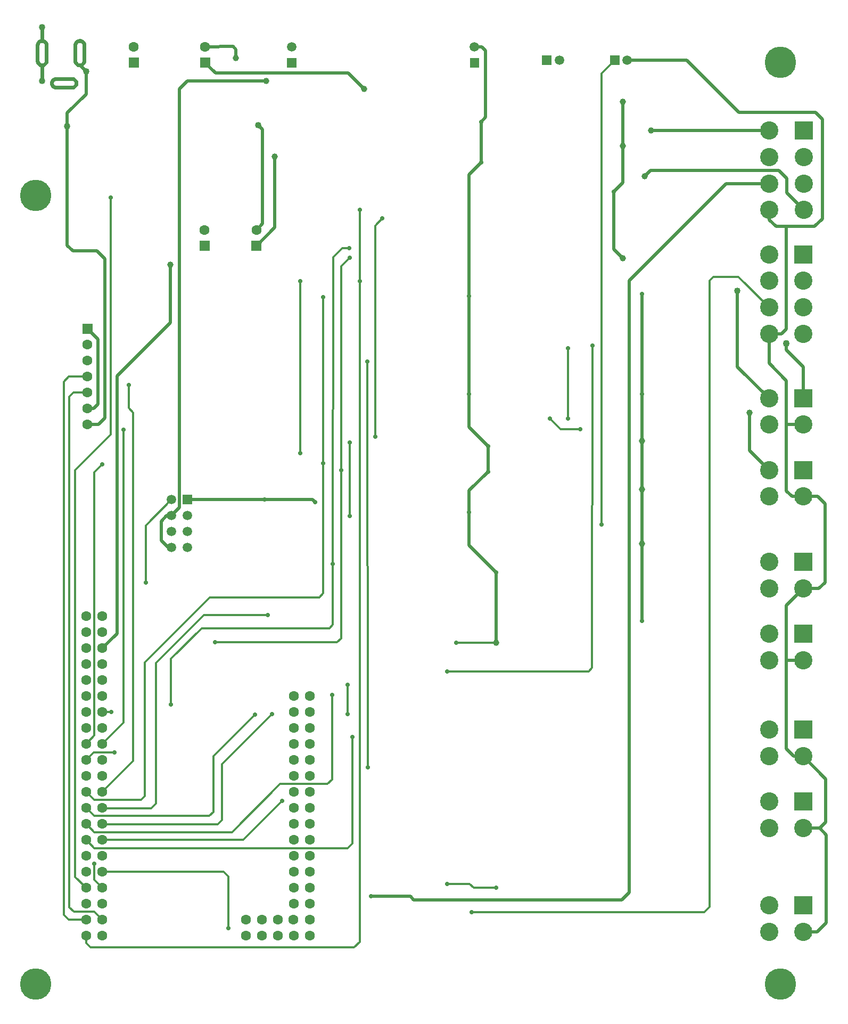
<source format=gbr>
%FSLAX34Y34*%
%MOMM*%
%LNCOPPER_BOTTOM*%
G71*
G01*
%ADD10C, 1.00*%
%ADD11C, 0.70*%
%ADD12C, 1.02*%
%ADD13C, 1.10*%
%ADD14C, 1.60*%
%ADD15C, 1.60*%
%ADD16C, 1.50*%
%ADD17C, 1.50*%
%ADD18C, 1.60*%
%ADD19C, 1.50*%
%ADD20C, 2.90*%
%ADD21C, 0.60*%
%ADD22C, 0.50*%
%ADD23C, 0.33*%
%ADD24C, 0.51*%
%ADD25C, 5.00*%
%LPD*%
X588168Y-124806D02*
G54D10*
D03*
X999728Y-393888D02*
G54D10*
D03*
X1029890Y-450641D02*
G54D11*
D03*
X999331Y-145047D02*
G54D10*
D03*
X115887Y-183544D02*
G54D12*
D03*
X1029890Y-970547D02*
G54D11*
D03*
X999331Y-215294D02*
G54D10*
D03*
X1029890Y-684004D02*
G54D10*
D03*
X1029890Y-761394D02*
G54D10*
D03*
X1029890Y-847119D02*
G54D10*
D03*
X985440Y-287525D02*
G54D11*
D03*
X1029890Y-609788D02*
G54D11*
D03*
X432594Y-112106D02*
G54D10*
D03*
X280194Y-404206D02*
G54D10*
D03*
X446087Y-232360D02*
G54D10*
D03*
X1034256Y-263713D02*
G54D10*
D03*
X1044575Y-190688D02*
G54D10*
D03*
X565150Y-393094D02*
G54D11*
D03*
X551656Y-730834D02*
G54D11*
D03*
X350837Y-1004282D02*
G54D11*
D03*
X185737Y-1115406D02*
G54D11*
D03*
X205581Y-666144D02*
G54D11*
D03*
X1259681Y-528825D02*
G54D13*
D03*
X564356Y-377219D02*
G54D11*
D03*
X280987Y-1103104D02*
G54D11*
D03*
X538162Y-879663D02*
G54D11*
D03*
X171450Y-721706D02*
G54D11*
D03*
X1181894Y-445482D02*
G54D12*
D03*
X486568Y-430400D02*
G54D11*
D03*
X486568Y-703450D02*
G54D11*
D03*
X617140Y-330388D02*
G54D11*
D03*
X605631Y-677256D02*
G54D11*
D03*
X191294Y-1179700D02*
G54D11*
D03*
X1200944Y-639156D02*
G54D10*
D03*
X171450Y-1471006D02*
G54D14*
D03*
X599281Y-1408300D02*
G54D11*
D03*
X719931Y-1050319D02*
G54D11*
D03*
X950912Y-532794D02*
G54D11*
D03*
X434975Y-960625D02*
G54D11*
D03*
X592931Y-558194D02*
G54D11*
D03*
X593725Y-1203513D02*
G54D11*
D03*
X414337Y-1119375D02*
G54D11*
D03*
X213518Y-595500D02*
G54D11*
D03*
X441325Y-1118582D02*
G54D11*
D03*
X523081Y-719722D02*
G54D11*
D03*
X522684Y-455800D02*
G54D11*
D03*
X537368Y-1087625D02*
G54D11*
D03*
X581025Y-430400D02*
G54D11*
D03*
X581025Y-316894D02*
G54D11*
D03*
X758825Y-1433700D02*
G54D11*
D03*
X457994Y-1256694D02*
G54D11*
D03*
X569515Y-1155094D02*
G54D11*
D03*
X372268Y-1458704D02*
G54D11*
D03*
X158750Y-1356706D02*
G54D11*
D03*
X185340Y-297447D02*
G54D11*
D03*
X384175Y-75594D02*
G54D10*
D03*
X510381Y-781634D02*
G54D11*
D03*
X565547Y-803463D02*
G54D11*
D03*
X565547Y-686782D02*
G54D11*
D03*
X561975Y-1118582D02*
G54D11*
D03*
X561975Y-1071750D02*
G54D11*
D03*
X419894Y-181956D02*
G54D12*
D03*
X734218Y-1005075D02*
G54D11*
D03*
X429418Y-777269D02*
G54D11*
D03*
X754856Y-797906D02*
G54D11*
D03*
X785018Y-732819D02*
G54D11*
D03*
X797718Y-893156D02*
G54D11*
D03*
X797718Y-1005075D02*
G54D10*
D03*
X754856Y-454213D02*
G54D11*
D03*
X785018Y-692338D02*
G54D11*
D03*
X773906Y-241488D02*
G54D11*
D03*
X773906Y-177194D02*
G54D11*
D03*
X754856Y-609391D02*
G54D11*
D03*
X797718Y-1394806D02*
G54D11*
D03*
X719931Y-1388456D02*
G54D11*
D03*
X965200Y-816956D02*
G54D11*
D03*
X912018Y-648682D02*
G54D11*
D03*
X912018Y-536763D02*
G54D11*
D03*
X883444Y-648682D02*
G54D11*
D03*
X931862Y-665747D02*
G54D11*
D03*
X240506Y-909032D02*
G54D11*
D03*
G36*
X326962Y-74738D02*
X342962Y-74738D01*
X342962Y-90738D01*
X326962Y-90738D01*
X326962Y-74738D01*
G37*
X334962Y-57338D02*
G54D15*
D03*
X221456Y-57338D02*
G54D15*
D03*
G36*
X213456Y-74738D02*
X229456Y-74738D01*
X229456Y-90738D01*
X213456Y-90738D01*
X213456Y-74738D01*
G37*
G36*
X408718Y-366044D02*
X424718Y-366044D01*
X424718Y-382044D01*
X408718Y-382044D01*
X408718Y-366044D01*
G37*
X416718Y-348644D02*
G54D15*
D03*
X334168Y-348644D02*
G54D15*
D03*
G36*
X326168Y-366044D02*
X342168Y-366044D01*
X342168Y-382044D01*
X326168Y-382044D01*
X326168Y-366044D01*
G37*
G36*
X465575Y-75238D02*
X480575Y-75238D01*
X480575Y-90238D01*
X465575Y-90238D01*
X465575Y-75238D01*
G37*
X473075Y-57338D02*
G54D16*
D03*
G36*
X756087Y-75238D02*
X771087Y-75238D01*
X771087Y-90238D01*
X756087Y-90238D01*
X756087Y-75238D01*
G37*
X763587Y-57338D02*
G54D17*
D03*
X146050Y-963006D02*
G54D18*
D03*
X146050Y-988406D02*
G54D18*
D03*
X146050Y-1013806D02*
G54D18*
D03*
X146050Y-1039206D02*
G54D18*
D03*
X146050Y-1064606D02*
G54D18*
D03*
X146050Y-1090006D02*
G54D18*
D03*
X146050Y-1115406D02*
G54D18*
D03*
X146050Y-1140806D02*
G54D18*
D03*
X146050Y-1166206D02*
G54D18*
D03*
X146050Y-1191606D02*
G54D18*
D03*
X146050Y-1217006D02*
G54D18*
D03*
X146050Y-1242406D02*
G54D18*
D03*
X146050Y-1267806D02*
G54D18*
D03*
X146050Y-1293206D02*
G54D18*
D03*
X146050Y-1318606D02*
G54D18*
D03*
X146050Y-1344006D02*
G54D18*
D03*
X146050Y-1369406D02*
G54D18*
D03*
X146050Y-1394806D02*
G54D18*
D03*
X146050Y-1420206D02*
G54D18*
D03*
X146050Y-1445606D02*
G54D18*
D03*
X146050Y-1471006D02*
G54D18*
D03*
X171450Y-1445606D02*
G54D14*
D03*
X171450Y-1420206D02*
G54D14*
D03*
X171450Y-1394806D02*
G54D14*
D03*
X171450Y-1369406D02*
G54D14*
D03*
X171450Y-1344006D02*
G54D14*
D03*
X171450Y-1318606D02*
G54D14*
D03*
X171450Y-1293206D02*
G54D14*
D03*
X171450Y-1267806D02*
G54D14*
D03*
X171450Y-1242406D02*
G54D14*
D03*
X171450Y-1217006D02*
G54D14*
D03*
X171450Y-1191606D02*
G54D14*
D03*
X171450Y-1166206D02*
G54D14*
D03*
X171450Y-1140806D02*
G54D14*
D03*
X171450Y-1115406D02*
G54D14*
D03*
X171450Y-1090006D02*
G54D14*
D03*
X171450Y-1064606D02*
G54D14*
D03*
X171450Y-1039206D02*
G54D14*
D03*
X171450Y-1013806D02*
G54D14*
D03*
X171450Y-988406D02*
G54D14*
D03*
X171450Y-963006D02*
G54D14*
D03*
X476250Y-1090006D02*
G54D18*
D03*
X476250Y-1115406D02*
G54D18*
D03*
X476250Y-1140806D02*
G54D18*
D03*
X476250Y-1166206D02*
G54D18*
D03*
X476250Y-1191606D02*
G54D18*
D03*
X476250Y-1217006D02*
G54D18*
D03*
X476250Y-1242406D02*
G54D18*
D03*
X476250Y-1267806D02*
G54D18*
D03*
X476250Y-1293206D02*
G54D18*
D03*
X476250Y-1318606D02*
G54D18*
D03*
X476250Y-1344006D02*
G54D18*
D03*
X476250Y-1369406D02*
G54D18*
D03*
X476250Y-1394806D02*
G54D18*
D03*
X476250Y-1420206D02*
G54D18*
D03*
X475456Y-1445606D02*
G54D18*
D03*
X476250Y-1471006D02*
G54D18*
D03*
X501650Y-1471006D02*
G54D18*
D03*
X501650Y-1445606D02*
G54D18*
D03*
X501650Y-1420206D02*
G54D18*
D03*
X501650Y-1394806D02*
G54D18*
D03*
X501650Y-1369406D02*
G54D18*
D03*
X501650Y-1344006D02*
G54D18*
D03*
X501650Y-1318606D02*
G54D18*
D03*
X501650Y-1293206D02*
G54D18*
D03*
X501650Y-1267806D02*
G54D18*
D03*
X501650Y-1242406D02*
G54D18*
D03*
X501650Y-1217006D02*
G54D18*
D03*
X501650Y-1191606D02*
G54D18*
D03*
X501650Y-1166206D02*
G54D18*
D03*
X501650Y-1140806D02*
G54D18*
D03*
X501650Y-1115406D02*
G54D18*
D03*
X501650Y-1090006D02*
G54D18*
D03*
X400050Y-1471006D02*
G54D18*
D03*
X425450Y-1471006D02*
G54D18*
D03*
X450850Y-1471006D02*
G54D18*
D03*
X450850Y-1445606D02*
G54D18*
D03*
X425450Y-1445606D02*
G54D18*
D03*
X400050Y-1445606D02*
G54D18*
D03*
G36*
X299681Y-769769D02*
X314681Y-769769D01*
X314681Y-784769D01*
X299681Y-784769D01*
X299681Y-769769D01*
G37*
X307181Y-802669D02*
G54D19*
D03*
X307181Y-828069D02*
G54D19*
D03*
X307181Y-853469D02*
G54D19*
D03*
X281781Y-777269D02*
G54D19*
D03*
X281781Y-802669D02*
G54D19*
D03*
X281781Y-828069D02*
G54D19*
D03*
X281781Y-853469D02*
G54D19*
D03*
G36*
X1272962Y-176188D02*
X1301962Y-176188D01*
X1301962Y-205188D01*
X1272962Y-205188D01*
X1272962Y-176188D01*
G37*
X1287462Y-232756D02*
G54D20*
D03*
X1287462Y-274825D02*
G54D20*
D03*
X1287462Y-316894D02*
G54D20*
D03*
X1232694Y-190688D02*
G54D20*
D03*
X1232694Y-232756D02*
G54D20*
D03*
X1232694Y-274825D02*
G54D20*
D03*
X1232694Y-316894D02*
G54D20*
D03*
G36*
X1272168Y-373038D02*
X1301168Y-373038D01*
X1301168Y-402038D01*
X1272168Y-402038D01*
X1272168Y-373038D01*
G37*
X1286668Y-429606D02*
G54D20*
D03*
X1286668Y-471675D02*
G54D20*
D03*
X1286668Y-513744D02*
G54D20*
D03*
X1231900Y-387538D02*
G54D20*
D03*
X1231900Y-429606D02*
G54D20*
D03*
X1231900Y-471675D02*
G54D20*
D03*
X1231900Y-513744D02*
G54D20*
D03*
G36*
X979131Y-71269D02*
X994131Y-71269D01*
X994131Y-86269D01*
X979131Y-86269D01*
X979131Y-71269D01*
G37*
X1006475Y-78769D02*
G54D16*
D03*
G36*
X871181Y-71269D02*
X886181Y-71269D01*
X886181Y-86269D01*
X871181Y-86269D01*
X871181Y-71269D01*
G37*
X898525Y-78769D02*
G54D16*
D03*
G36*
X1272168Y-601638D02*
X1301168Y-601638D01*
X1301168Y-630638D01*
X1272168Y-630638D01*
X1272168Y-601638D01*
G37*
X1286668Y-658206D02*
G54D20*
D03*
X1231900Y-616138D02*
G54D20*
D03*
X1231900Y-658206D02*
G54D20*
D03*
G36*
X1272168Y-715938D02*
X1301168Y-715938D01*
X1301168Y-744938D01*
X1272168Y-744938D01*
X1272168Y-715938D01*
G37*
X1286668Y-772506D02*
G54D20*
D03*
X1231900Y-730438D02*
G54D20*
D03*
X1231900Y-772506D02*
G54D20*
D03*
G36*
X1272168Y-861988D02*
X1301168Y-861988D01*
X1301168Y-890988D01*
X1272168Y-890988D01*
X1272168Y-861988D01*
G37*
X1286668Y-918556D02*
G54D20*
D03*
X1231900Y-876488D02*
G54D20*
D03*
X1231900Y-918556D02*
G54D20*
D03*
G36*
X1272168Y-976288D02*
X1301168Y-976288D01*
X1301168Y-1005288D01*
X1272168Y-1005288D01*
X1272168Y-976288D01*
G37*
X1286668Y-1032856D02*
G54D20*
D03*
X1231900Y-990788D02*
G54D20*
D03*
X1231900Y-1032856D02*
G54D20*
D03*
G36*
X1272168Y-1408088D02*
X1301168Y-1408088D01*
X1301168Y-1437088D01*
X1272168Y-1437088D01*
X1272168Y-1408088D01*
G37*
X1286668Y-1464656D02*
G54D20*
D03*
X1231900Y-1422588D02*
G54D20*
D03*
X1231900Y-1464656D02*
G54D20*
D03*
G36*
X1272168Y-1128688D02*
X1301168Y-1128688D01*
X1301168Y-1157688D01*
X1272168Y-1157688D01*
X1272168Y-1128688D01*
G37*
X1286668Y-1185256D02*
G54D20*
D03*
X1231900Y-1143188D02*
G54D20*
D03*
X1231900Y-1185256D02*
G54D20*
D03*
G36*
X1272168Y-1242988D02*
X1301168Y-1242988D01*
X1301168Y-1271988D01*
X1272168Y-1271988D01*
X1272168Y-1242988D01*
G37*
X1286668Y-1299556D02*
G54D20*
D03*
X1231900Y-1257488D02*
G54D20*
D03*
X1231900Y-1299556D02*
G54D20*
D03*
G36*
X156034Y-513806D02*
X140034Y-513806D01*
X140034Y-497806D01*
X156034Y-497806D01*
X156034Y-513806D01*
G37*
X148034Y-531206D02*
G54D15*
D03*
X148034Y-556606D02*
G54D15*
D03*
X148034Y-582006D02*
G54D15*
D03*
X148034Y-607406D02*
G54D15*
D03*
X148034Y-632806D02*
G54D15*
D03*
X148034Y-658206D02*
G54D15*
D03*
G54D21*
X136089Y-86673D02*
X146050Y-96628D01*
G54D22*
X334962Y-82738D02*
X351631Y-99406D01*
X562768Y-99406D01*
X588168Y-124806D01*
G54D22*
X999331Y-145047D02*
X999331Y-215294D01*
X999331Y-273635D01*
X985440Y-287525D01*
X985440Y-379600D01*
X999728Y-393888D01*
G54D22*
X1029890Y-451038D02*
X1029890Y-609788D01*
X1029890Y-684004D01*
X1029893Y-761399D01*
X1029890Y-847119D01*
X1029890Y-970547D01*
G54D22*
X281781Y-853469D02*
X276225Y-853469D01*
X265112Y-842356D01*
X265112Y-811797D01*
X274240Y-802669D01*
X281781Y-802669D01*
X294084Y-789969D01*
X294084Y-124806D01*
X306784Y-112106D01*
X432594Y-112106D01*
G54D22*
X171450Y-1013806D02*
X194865Y-990391D01*
X194865Y-581213D01*
X280194Y-495885D01*
X280194Y-404206D01*
G54D22*
X416718Y-374044D02*
X446087Y-344675D01*
X446087Y-232360D01*
G54D22*
X1034256Y-263713D02*
X1043781Y-254188D01*
X1247775Y-254188D01*
X1260475Y-266888D01*
X1260475Y-289906D01*
X1287462Y-316894D01*
G54D22*
X1232297Y-190688D02*
X1044474Y-190525D01*
G54D23*
X185737Y-1115406D02*
X171450Y-1115406D01*
G54D23*
X350837Y-1004282D02*
X545089Y-1004282D01*
X551446Y-997924D01*
X551446Y-728684D01*
X551446Y-406740D01*
X564975Y-393253D01*
G54D23*
X205581Y-666144D02*
X205581Y-1131786D01*
X171236Y-1166130D01*
G54D22*
X1259681Y-528825D02*
X1259686Y-539140D01*
X1286674Y-566128D01*
X1286674Y-616134D01*
G54D23*
X280987Y-1103104D02*
X280987Y-1030475D01*
X329406Y-982056D01*
X533003Y-982056D01*
X538162Y-976500D01*
X538162Y-879663D01*
X538559Y-392300D01*
X553640Y-377219D01*
X564356Y-377219D01*
G54D23*
X171450Y-721706D02*
X159147Y-734010D01*
X159147Y-1152713D01*
X145653Y-1166206D01*
G54D22*
X1181894Y-445482D02*
X1181894Y-566132D01*
X1231900Y-616138D01*
G54D23*
X486568Y-703450D02*
X486574Y-430399D01*
G54D23*
X605631Y-677256D02*
X605631Y-341897D01*
X617140Y-330388D01*
G54D23*
X191690Y-1179304D02*
X158223Y-1179304D01*
X145916Y-1191610D01*
G54D22*
X1200944Y-639156D02*
X1200941Y-699479D01*
X1231897Y-730435D01*
G54D24*
X599281Y-1407904D02*
X661590Y-1407904D01*
X667147Y-1413856D01*
X997744Y-1413856D01*
X1009253Y-1402347D01*
X1009253Y-429606D01*
X1164034Y-274825D01*
X1232694Y-274825D01*
G54D23*
X148034Y-607406D02*
X125809Y-607406D01*
X119062Y-614154D01*
X119062Y-1425763D01*
X126206Y-1432906D01*
X158750Y-1432906D01*
X171450Y-1445606D01*
G54D23*
X950912Y-532794D02*
X950515Y-1045160D01*
X945356Y-1050319D01*
X719931Y-1050319D01*
G54D23*
X434975Y-961022D02*
X332740Y-961022D01*
X256575Y-1037308D01*
X256540Y-1260862D01*
X249433Y-1267968D01*
X171398Y-1267968D01*
G54D23*
X593725Y-1203513D02*
X592931Y-558194D01*
G54D23*
X414337Y-1118978D02*
X348059Y-1185256D01*
X348059Y-1274156D01*
X341709Y-1280506D01*
X158750Y-1280506D01*
X146050Y-1267806D01*
G54D23*
X213518Y-595500D02*
X213518Y-632013D01*
X220662Y-639156D01*
X220662Y-1192797D01*
X171053Y-1242406D01*
G54D23*
X441325Y-1118582D02*
X361650Y-1198256D01*
X361650Y-1286844D01*
X355046Y-1293448D01*
X171399Y-1293448D01*
G54D23*
X522684Y-455800D02*
X523081Y-718532D01*
X523081Y-926494D01*
X516731Y-932844D01*
X342106Y-932844D01*
X239315Y-1036032D01*
X239315Y-1248756D01*
X232965Y-1255106D01*
X158750Y-1255106D01*
X146050Y-1242406D01*
G54D23*
X536972Y-1088022D02*
X536972Y-1222960D01*
X529828Y-1229706D01*
X454422Y-1229706D01*
X377825Y-1306304D01*
X159147Y-1306304D01*
X146050Y-1293206D01*
G54D23*
X581025Y-316894D02*
X581025Y-430400D01*
X581025Y-1480928D01*
X572294Y-1489263D01*
X152797Y-1489263D01*
X146050Y-1482516D01*
X146050Y-1471006D01*
G54D23*
X1231900Y-471675D02*
X1183300Y-423075D01*
X1143700Y-423075D01*
X1137100Y-429675D01*
X1137100Y-1425099D01*
X1128950Y-1433248D01*
X758768Y-1433248D01*
G54D23*
X148034Y-582006D02*
X118268Y-582006D01*
X110331Y-589944D01*
X110331Y-1437669D01*
X118268Y-1445606D01*
X145653Y-1445606D01*
G54D23*
X457994Y-1256297D02*
X395739Y-1318552D01*
X171248Y-1318552D01*
G54D23*
X569515Y-1155094D02*
X569515Y-1323766D01*
X561578Y-1331704D01*
X159147Y-1331704D01*
X146050Y-1318606D01*
G54D23*
X171450Y-1369406D02*
X364728Y-1369406D01*
X372268Y-1376947D01*
X372268Y-1458704D01*
G54D23*
X158750Y-1357104D02*
X158750Y-1382098D01*
X171454Y-1394802D01*
G54D23*
X185340Y-297447D02*
X185340Y-674082D01*
X128587Y-730834D01*
X128587Y-1377344D01*
X146050Y-1394806D01*
G54D22*
X1006475Y-78582D02*
X1100931Y-78582D01*
X1183878Y-161528D01*
X1305718Y-161528D01*
X1316831Y-172641D01*
X1316831Y-330994D01*
X1304131Y-343297D01*
X1243409Y-343297D01*
X1232694Y-332582D01*
X1232694Y-316706D01*
G54D22*
X763587Y-57338D02*
X775494Y-57338D01*
X781447Y-63291D01*
X781447Y-169653D01*
X773906Y-177194D01*
X773906Y-241488D01*
X754856Y-260538D01*
X754856Y-454213D01*
X754856Y-608994D01*
X754856Y-662175D01*
X785018Y-692338D01*
X785018Y-732819D01*
X754856Y-762982D01*
X754856Y-798700D01*
X754856Y-850294D01*
X797718Y-893156D01*
X797718Y-1005075D01*
G54D22*
X1259284Y-343485D02*
X1259284Y-506600D01*
X1252140Y-513744D01*
X1231900Y-513744D01*
X1231900Y-560575D01*
X1259681Y-588356D01*
X1259681Y-658206D01*
X1286668Y-658206D01*
G54D22*
X334962Y-57338D02*
X379412Y-56941D01*
X384175Y-61703D01*
X384175Y-75594D01*
G54D22*
X148034Y-632806D02*
X157559Y-632806D01*
X164306Y-626060D01*
X164306Y-522078D01*
X148034Y-505806D01*
G54D22*
X510381Y-781634D02*
X506015Y-777269D01*
X429418Y-777269D01*
X307181Y-777269D01*
G54D23*
X565547Y-686782D02*
X565547Y-803463D01*
G54D23*
X561975Y-1071354D02*
X561975Y-1118396D01*
G54D22*
X416718Y-348644D02*
X426640Y-338722D01*
X426640Y-188703D01*
X419894Y-181956D01*
G54D22*
X1286668Y-1032856D02*
X1259681Y-1032856D01*
X1259681Y-1173747D01*
X1271587Y-1185256D01*
X1286668Y-1185256D01*
X1322387Y-1221372D01*
X1322387Y-1290032D01*
X1312465Y-1299556D01*
X1286668Y-1299556D01*
X1312862Y-1299556D01*
X1323181Y-1310272D01*
X1323181Y-1450369D01*
X1308894Y-1464656D01*
X1286668Y-1464656D01*
G54D22*
X1259681Y-658206D02*
X1259681Y-763378D01*
X1268809Y-772506D01*
X1286668Y-772506D01*
X1309687Y-772506D01*
X1320800Y-783619D01*
X1320800Y-909428D01*
X1311275Y-918556D01*
X1286668Y-918556D01*
X1259681Y-945941D01*
X1259681Y-1032856D01*
G54D23*
X719534Y-1388456D02*
X756053Y-1388456D01*
X762403Y-1394806D01*
X797989Y-1394806D01*
G54D23*
X965200Y-816560D02*
X965597Y-99803D01*
X986631Y-78769D01*
G54D23*
X912018Y-536763D02*
X912018Y-648682D01*
G54D23*
X931862Y-665747D02*
X900509Y-665747D01*
X883444Y-648682D01*
G54D23*
X240506Y-909032D02*
X240506Y-818544D01*
X281781Y-777269D01*
G54D23*
X734218Y-1005075D02*
X797718Y-1005075D01*
G54D21*
X73606Y-86419D02*
X75676Y-86699D01*
X74946Y-86669D01*
X74156Y-86559D01*
X73136Y-86269D01*
X72566Y-86059D01*
X72066Y-85789D01*
X71506Y-85439D01*
X70766Y-84849D01*
X70120Y-84160D01*
X69546Y-83369D01*
X69236Y-82829D01*
X68866Y-81909D01*
X68676Y-81209D01*
X68556Y-80409D01*
X68516Y-79769D01*
X68526Y-57559D01*
X68546Y-54099D01*
X68646Y-53389D01*
X68656Y-53439D01*
X68826Y-52699D01*
X69116Y-51899D01*
X69556Y-51049D01*
X70286Y-50049D01*
X71086Y-49289D01*
X71776Y-48779D01*
X72436Y-48419D01*
X72996Y-48179D01*
X73756Y-47939D01*
X74196Y-47839D01*
X74686Y-47759D01*
X75526Y-47699D01*
X76266Y-47739D01*
G54D21*
X77475Y-86429D02*
X75405Y-86709D01*
X76135Y-86679D01*
X76925Y-86569D01*
X77945Y-86279D01*
X78515Y-86069D01*
X79015Y-85799D01*
X79575Y-85449D01*
X80315Y-84859D01*
X80960Y-84170D01*
X81535Y-83379D01*
X81845Y-82839D01*
X82215Y-81919D01*
X82405Y-81219D01*
X82525Y-80419D01*
X82565Y-79779D01*
X82555Y-57569D01*
X82535Y-54109D01*
X82435Y-53399D01*
X82425Y-53449D01*
X82255Y-52709D01*
X81965Y-51909D01*
X81525Y-51059D01*
X80795Y-50059D01*
X79995Y-49299D01*
X79305Y-48789D01*
X78645Y-48429D01*
X78085Y-48189D01*
X77325Y-47949D01*
X76885Y-47849D01*
X76395Y-47769D01*
X75555Y-47709D01*
X74815Y-47749D01*
G54D21*
X133606Y-86419D02*
X135676Y-86699D01*
X134946Y-86669D01*
X134156Y-86559D01*
X133136Y-86269D01*
X132566Y-86059D01*
X132066Y-85789D01*
X131506Y-85439D01*
X130766Y-84849D01*
X130120Y-84160D01*
X129546Y-83369D01*
X129236Y-82829D01*
X128866Y-81909D01*
X128676Y-81209D01*
X128556Y-80409D01*
X128516Y-79769D01*
X128526Y-57559D01*
X128546Y-54099D01*
X128646Y-53389D01*
X128656Y-53439D01*
X128826Y-52699D01*
X129116Y-51899D01*
X129556Y-51049D01*
X130286Y-50049D01*
X131086Y-49289D01*
X131776Y-48779D01*
X132436Y-48419D01*
X132996Y-48179D01*
X133756Y-47939D01*
X134196Y-47839D01*
X134686Y-47759D01*
X135526Y-47699D01*
X136266Y-47739D01*
G54D21*
X137475Y-86429D02*
X135405Y-86709D01*
X136135Y-86679D01*
X136925Y-86569D01*
X137945Y-86279D01*
X138515Y-86069D01*
X139015Y-85799D01*
X139575Y-85449D01*
X140315Y-84859D01*
X140960Y-84170D01*
X141535Y-83379D01*
X141845Y-82839D01*
X142215Y-81919D01*
X142405Y-81219D01*
X142525Y-80419D01*
X142565Y-79779D01*
X142555Y-57569D01*
X142535Y-54109D01*
X142435Y-53399D01*
X142425Y-53449D01*
X142255Y-52709D01*
X141965Y-51909D01*
X141525Y-51059D01*
X140795Y-50059D01*
X139995Y-49299D01*
X139305Y-48789D01*
X138645Y-48429D01*
X138085Y-48189D01*
X137325Y-47949D01*
X136885Y-47849D01*
X136395Y-47769D01*
X135555Y-47709D01*
X134815Y-47749D01*
G54D21*
X91328Y-113236D02*
X91048Y-115306D01*
X91078Y-114576D01*
X91188Y-113786D01*
X91478Y-112766D01*
X91688Y-112196D01*
X91958Y-111696D01*
X92308Y-111136D01*
X92898Y-110396D01*
X93588Y-109750D01*
X94378Y-109176D01*
X94918Y-108866D01*
X95838Y-108496D01*
X96538Y-108306D01*
X97338Y-108186D01*
X97978Y-108146D01*
X120188Y-108156D01*
X123648Y-108176D01*
X124358Y-108276D01*
X124308Y-108286D01*
X125048Y-108456D01*
X125848Y-108746D01*
X126698Y-109186D01*
X127698Y-109916D01*
X128458Y-110716D01*
X128968Y-111406D01*
X129328Y-112066D01*
X129568Y-112626D01*
X129808Y-113386D01*
X129908Y-113826D01*
X129988Y-114316D01*
X130048Y-115156D01*
X130008Y-115896D01*
G54D21*
X91318Y-117105D02*
X91038Y-115035D01*
X91068Y-115765D01*
X91178Y-116555D01*
X91468Y-117575D01*
X91678Y-118145D01*
X91948Y-118645D01*
X92298Y-119205D01*
X92888Y-119945D01*
X93578Y-120591D01*
X94368Y-121165D01*
X94908Y-121475D01*
X95828Y-121845D01*
X96528Y-122035D01*
X97328Y-122155D01*
X97968Y-122195D01*
X120178Y-122185D01*
X123638Y-122165D01*
X124348Y-122065D01*
X124298Y-122055D01*
X125038Y-121885D01*
X125838Y-121595D01*
X126688Y-121155D01*
X127688Y-120425D01*
X128448Y-119625D01*
X128958Y-118935D01*
X129318Y-118275D01*
X129558Y-117715D01*
X129798Y-116955D01*
X129898Y-116515D01*
X129978Y-116025D01*
X130038Y-115185D01*
X129998Y-114445D01*
X146050Y-96628D02*
G54D12*
D03*
X75803Y-112106D02*
G54D12*
D03*
X75406Y-26382D02*
G54D12*
D03*
G54D21*
X75406Y-26419D02*
X75406Y-47819D01*
G54D21*
X75803Y-112106D02*
X75803Y-86706D01*
G54D22*
X148034Y-658206D02*
X165100Y-658206D01*
X175418Y-647888D01*
X175418Y-394285D01*
X163115Y-381982D01*
X124618Y-381982D01*
X115887Y-373250D01*
X115887Y-183544D01*
X115887Y-162906D01*
X146050Y-132744D01*
X146050Y-96628D01*
X66006Y-293419D02*
G54D25*
D03*
X66006Y-1547419D02*
G54D25*
D03*
X1250006Y-1547419D02*
G54D25*
D03*
X1250006Y-82419D02*
G54D25*
D03*
M02*

</source>
